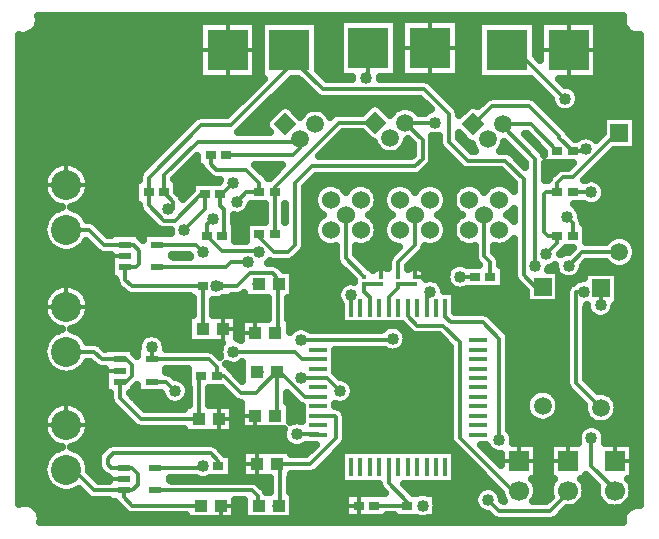
<source format=gbr>
G04 DipTrace 4.0.0.2*
G04 1 - Top.gbr*
%MOIN*%
G04 #@! TF.FileFunction,Copper,L1,Top*
G04 #@! TF.Part,Single*
%AMOUTLINE0*
4,1,28,
-0.004429,0.007283,
0.004429,0.007284,
0.005371,0.00716,
0.00625,0.006796,
0.007004,0.006217,
0.007583,0.005463,
0.007947,0.004584,
0.008071,0.003642,
0.008071,-0.003642,
0.007947,-0.004584,
0.007583,-0.005462,
0.007004,-0.006217,
0.00625,-0.006795,
0.005372,-0.007159,
0.004429,-0.007283,
-0.004429,-0.007284,
-0.005371,-0.00716,
-0.00625,-0.006796,
-0.007004,-0.006217,
-0.007583,-0.005463,
-0.007947,-0.004584,
-0.008071,-0.003642,
-0.008071,0.003642,
-0.007947,0.004584,
-0.007583,0.005462,
-0.007004,0.006217,
-0.00625,0.006795,
-0.005372,0.007159,
-0.004429,0.007283,
0*%
%AMOUTLINE3*
4,1,4,
-0.038976,0.0,
0.0,0.038976,
0.038976,0.0,
0.0,-0.038976,
-0.038976,0.0,
0*%
G04 #@! TA.AperFunction,Conductor*
%ADD12C,0.012992*%
G04 #@! TA.AperFunction,CopperBalancing*
%ADD13C,0.025*%
%ADD14C,0.01299*%
%ADD15R,0.043307X0.03937*%
G04 #@! TA.AperFunction,ComponentPad*
%ADD16R,0.059055X0.059055*%
%ADD17C,0.059055*%
%ADD18C,0.06*%
%ADD19C,0.1*%
%ADD20R,0.01378X0.059055*%
%ADD21R,0.059055X0.01378*%
G04 #@! TA.AperFunction,ComponentPad*
%ADD22R,0.066929X0.066929*%
%ADD23C,0.066929*%
%ADD24R,0.035433X0.027559*%
G04 #@! TA.AperFunction,ComponentPad*
%ADD25R,0.137795X0.137795*%
%ADD26R,0.043307X0.023622*%
G04 #@! TA.AperFunction,ViaPad*
%ADD27C,0.04*%
%ADD66OUTLINE0*%
G04 #@! TA.AperFunction,ComponentPad*
%ADD69OUTLINE3*%
%FSLAX26Y26*%
G04*
G70*
G90*
G75*
G01*
G04 Top*
%LPD*%
X1737695Y1159447D2*
D12*
Y1130956D1*
X1768700Y1099951D1*
X1856200D1*
X1912449Y1043701D1*
Y724951D1*
X2087451Y549949D1*
X2108670D1*
X1863679Y1159447D2*
Y1129972D1*
X1881200Y1112451D1*
X1987449D1*
X2043700Y1056200D1*
Y718700D1*
X2006200Y518699D2*
X2043699Y481200D1*
X2212451D1*
X2268700Y537449D1*
Y547480D1*
X2271170Y549949D1*
X1649947Y1237745D2*
X1593697D1*
Y1212449D1*
X1611710Y1194436D1*
Y1159447D1*
X1762448Y1237745D2*
X1706199D1*
Y1224949D1*
X1674703Y1193453D1*
Y1159447D1*
X1961857Y1262449D2*
X1912451D1*
X1812449Y1212449D2*
X1800687Y1200687D1*
Y1159447D1*
X1308414Y499949D2*
X1312449D1*
Y627163D1*
X1302162Y637451D1*
X1440451Y799210D2*
X1494436D1*
X1499948Y793699D1*
Y724948D1*
X1412451Y637451D1*
X1302162D1*
X896848Y624850D2*
X1049258D1*
X1055608Y631200D1*
X1306197Y499949D2*
X1308414D1*
X2443704Y1742518D2*
X2436267D1*
X2287448Y1593699D1*
X2256197D1*
X2236856Y1574357D1*
Y1543699D1*
X2199947D1*
X2193697Y1537449D1*
Y1412449D1*
X2206199Y1399948D1*
X2236856D1*
X1606200Y2024951D2*
Y1931203D1*
X1599947Y1924949D1*
X1548718Y1159447D2*
Y1201178D1*
X2199949Y1337449D2*
X2236856Y1374356D1*
Y1399948D1*
X1440451Y1051179D2*
X1682430D1*
X1687451Y1056200D1*
X2381199Y1168699D2*
Y1223762D1*
X2381192Y1223768D1*
X1440451Y1051179D2*
X1382430D1*
X1168697Y1512448D2*
X1199949Y1543700D1*
X1243107D1*
Y1575540D1*
X1199948Y1618699D1*
X1099949D1*
X1080608Y1638040D1*
Y1668699D1*
X2068700Y2018700D2*
X2099949D1*
X2262449Y1856200D1*
X874359Y1543699D2*
Y1500540D1*
X924949Y1449949D1*
X962449D1*
X1049951Y1537451D1*
X1061857D1*
Y1486859D1*
X993697Y1418699D1*
X1156197Y1012448D2*
X1362449D1*
X1386710Y988187D1*
X1440451D1*
X1343700Y2018700D2*
Y1962451D1*
X1149948Y1768699D1*
X1049949D1*
X874359Y1593108D1*
Y1543699D1*
X2187440Y1230019D2*
X2163627D1*
X2124949Y1268696D1*
Y1587447D1*
X2062448Y1649948D1*
X1937449D1*
X1874949Y1712448D1*
Y1806196D1*
X1793697Y1887448D1*
X1456200D1*
X1343700Y1999948D1*
Y2018700D1*
X884348Y912548D2*
X931099D1*
X962449Y881199D1*
X1237448Y943699D2*
X1235234D1*
X1954672Y1770224D2*
X1957724D1*
X2018699Y1831199D1*
X2143697D1*
X2243697Y1731199D1*
Y1725537D1*
X2288037Y1681197D1*
Y1543699D2*
X2349947D1*
X2331200Y1687449D2*
X2324948Y1681197D1*
X2288037D1*
X1531197Y1468699D2*
Y1324653D1*
X1593696Y1262154D1*
X599949Y618700D2*
Y643700D1*
X693603Y550046D1*
X790549D1*
Y528098D1*
X818699Y499948D1*
X1047734D1*
X1106789Y631200D2*
Y649359D1*
X1081199Y674949D1*
X756200D1*
X737449Y656200D1*
Y637451D1*
X750050Y624850D1*
X790549D1*
X818797D1*
X837448Y606199D1*
Y568699D1*
X818796Y550046D1*
X790549D1*
X2054672Y1770224D2*
X2147830D1*
X2236856Y1681197D1*
X2054672Y1770224D2*
Y1763976D1*
X2162449Y1656199D1*
Y1299951D1*
X2274949D2*
X2319880Y1344880D1*
X2443691D1*
X896848Y550046D2*
X1218604D1*
X1237451Y531200D1*
Y499947D1*
X1241485D1*
X1294288Y1543700D2*
Y1406199D1*
Y1543700D2*
Y1563039D1*
X1507725Y1776476D1*
X1629675D1*
X1243107Y1406199D2*
Y1394289D1*
X1293696Y1343700D1*
X1337449D1*
X1362449Y1368700D1*
Y1574949D1*
X1418699Y1631199D1*
X1762448D1*
X1787449Y1656200D1*
Y1718701D1*
X1729675Y1776476D1*
X1829675D1*
X2324947Y1212448D2*
X2299949D1*
Y907389D1*
X2381208Y826132D1*
X903098Y1293797D2*
X1131296D1*
X1149949Y1312449D1*
X1206200D1*
X1237448Y1237448D2*
X1241485D1*
X778048Y987348D2*
X800049D1*
X818699Y968699D1*
Y931199D1*
X800045Y912545D1*
X778050D1*
Y859346D1*
X849947Y787449D1*
X1041483D1*
Y923325D1*
X1049357Y931199D1*
X599953Y1012451D2*
X693494D1*
X718596Y987348D1*
X778048D1*
X1993699Y1468699D2*
Y1331199D1*
X2013039Y1311857D1*
Y1262449D1*
X1706197Y1262154D2*
Y1312448D1*
X1762448Y1368697D1*
Y1468699D1*
X1119289Y1399951D2*
X1124948D1*
Y1487449D1*
X1113039Y1499357D1*
Y1537451D1*
X1118700D1*
X1156197Y1574949D1*
X2427417Y549951D2*
Y553733D1*
X2349948Y631203D1*
Y724949D1*
X1368699Y737448D2*
X1439221D1*
X1440451Y736218D1*
X1243699Y1343699D2*
X1237448Y1349949D1*
X1118109D1*
X1068108Y1399951D1*
Y1436859D1*
X1087448Y1456199D1*
X1674703Y627951D2*
Y575195D1*
X1736857Y513040D1*
Y499949D1*
X1625540D1*
X1440451Y925195D2*
X1468452D1*
X1512448Y881199D1*
X1787448Y499949D2*
X1788039D1*
X1440451Y925195D2*
X1381444D1*
X1294804Y1073842D2*
X1295914Y1074952D1*
X1306197D1*
Y1235234D1*
X1308414Y1237451D1*
X1106789Y1231200D2*
X1168700D1*
X1212449Y1274949D1*
X1287447D1*
X1299947Y1262449D1*
Y1245918D1*
X1308414Y1237451D1*
X903098Y1368600D2*
X1031298D1*
X1056200Y1343699D1*
X1099947Y1231200D2*
X1106789D1*
X796798Y1368600D2*
X825046D1*
X843697Y1349949D1*
Y1306199D1*
X831296Y1293797D1*
X796798D1*
X599953Y1418700D2*
X674750D1*
X724850Y1368600D1*
X796798D1*
Y1293797D2*
Y1253049D1*
X818648Y1231200D1*
X1055608D1*
Y1089075D1*
X1053983Y1087451D1*
X1440451Y862203D2*
X1393948D1*
X1312449Y943701D1*
X1302162D1*
X1100539Y931201D2*
X1124945D1*
X1181197Y874949D1*
X1231199D1*
X1299951Y943701D1*
X1302162D1*
Y806199D1*
X1295914Y799951D1*
X1100539Y931201D2*
Y961857D1*
X1075045Y987351D1*
X884347D1*
Y1028099D1*
X937447Y1487448D2*
X956197D1*
Y1513041D1*
X925540Y1543699D1*
Y1600540D1*
X1037448Y1712448D1*
X1379672D1*
Y1720224D1*
X2268697Y1462449D2*
X2288037Y1443109D1*
Y1399948D1*
X1379672Y1720224D2*
Y1692172D1*
X1356199Y1668699D1*
X1131789D1*
D27*
X2043700Y718700D3*
X2006200Y518699D3*
X1912451Y1262449D3*
X1812449Y1212449D3*
X1055608Y631200D3*
X1306197Y499949D3*
X1599947Y1924949D3*
X1548718Y1201178D3*
X2199949Y1337449D3*
X1687451Y1056200D3*
X2381199Y1168699D3*
X1382430Y1051179D3*
X1168697Y1512448D3*
X2262449Y1856200D3*
X993697Y1418699D3*
X1156197Y1012448D3*
X962449Y881199D3*
X1237448Y943699D3*
X2349947Y1543699D3*
X2331200Y1687449D3*
X2162449Y1299951D3*
X2274949D3*
X1829675Y1776476D3*
X2324947Y1212448D3*
X1206200Y1312449D3*
X1237448Y1237448D3*
X1156197Y1574949D3*
X2349948Y724949D3*
X1368699Y737448D3*
X1243699Y1343699D3*
X1087448Y1456199D3*
X1512448Y881199D3*
X1787448Y499949D3*
X1381444Y925195D3*
X1294804Y1073842D3*
X1056200Y1343699D3*
X1099947Y1231200D3*
X884347Y1028099D3*
X937447Y1487448D3*
X2268697Y1462449D3*
X1693700Y981200D3*
X1743700D3*
X1793700D3*
Y931200D3*
X1743700D3*
X993700Y2081200D3*
Y2031200D3*
Y1981200D3*
Y1931200D3*
X793700Y1631200D3*
Y1581200D3*
Y1531200D3*
Y1481200D3*
X743700Y1631200D3*
Y1581200D3*
Y1531200D3*
Y1481200D3*
X793700Y1181200D3*
X843700D3*
X893700D3*
Y1131200D3*
X843700D3*
X793700D3*
X743700D3*
Y1181200D3*
X1393700Y581200D3*
Y531200D3*
Y481200D3*
X1443700D3*
X1493700D3*
Y531200D3*
X1443700D3*
Y581200D3*
X1493700D3*
X1893700Y531200D3*
Y481200D3*
X1943700D3*
Y531200D3*
Y581200D3*
X1443700Y1281200D3*
X1493700D3*
Y1231200D3*
X1443700D3*
X2443700Y2031200D3*
Y1981200D3*
Y1931200D3*
Y1881200D3*
X2393700Y2031200D3*
Y1981200D3*
Y1881200D3*
Y1931200D3*
X509482Y2106331D2*
D13*
X1039551D1*
X1235347D2*
X1245813D1*
X1441574D2*
X1508306D1*
X1704102D2*
X1714568D1*
X1910329D2*
X1970817D1*
X2166578D2*
X2177080D1*
X2372840D2*
X2452921D1*
X495379Y2081462D2*
X1039551D1*
X1235347D2*
X1245813D1*
X1441574D2*
X1508306D1*
X1704102D2*
X1714568D1*
X1910329D2*
X1970817D1*
X2166578D2*
X2177080D1*
X2372840D2*
X2467024D1*
X446218Y2056594D2*
X1039551D1*
X1235347D2*
X1245813D1*
X1441574D2*
X1508306D1*
X1704102D2*
X1714568D1*
X1910329D2*
X1970817D1*
X2166578D2*
X2177080D1*
X2372840D2*
X2509941D1*
X446218Y2031725D2*
X1039551D1*
X1235347D2*
X1245813D1*
X1441574D2*
X1508306D1*
X1704102D2*
X1714568D1*
X1910329D2*
X1970817D1*
X2166578D2*
X2177080D1*
X2372840D2*
X2509941D1*
X446218Y2006856D2*
X1039551D1*
X1235347D2*
X1245813D1*
X1441574D2*
X1508306D1*
X1704102D2*
X1714568D1*
X1910329D2*
X1970817D1*
X2166578D2*
X2177080D1*
X2372840D2*
X2509941D1*
X446218Y1981987D2*
X1039551D1*
X1235347D2*
X1245813D1*
X1441574D2*
X1508306D1*
X1704102D2*
X1714568D1*
X1910329D2*
X1970817D1*
X2372840D2*
X2509941D1*
X446218Y1957119D2*
X1039551D1*
X1235347D2*
X1245813D1*
X1441574D2*
X1508306D1*
X1704102D2*
X1714568D1*
X1910329D2*
X1970817D1*
X2372840D2*
X2509941D1*
X446218Y1932250D2*
X1039551D1*
X1235347D2*
X1245813D1*
X1460556D2*
X1508306D1*
X1704102D2*
X1714568D1*
X1910329D2*
X1970817D1*
X2372840D2*
X2509941D1*
X446218Y1907381D2*
X1239498D1*
X1337796D2*
X1387125D1*
X1822915D2*
X2162116D1*
X2260415D2*
X2509941D1*
X446218Y1882512D2*
X1214630D1*
X1312893D2*
X1411993D1*
X1847782D2*
X2186984D1*
X2303260D2*
X2509941D1*
X446218Y1857644D2*
X1189762D1*
X1288025D2*
X1439552D1*
X1872650D2*
X1996474D1*
X2165896D2*
X2211851D1*
X2311406D2*
X2509941D1*
X446218Y1832775D2*
X1164858D1*
X1263157D2*
X1315106D1*
X1344256D2*
X1607023D1*
X1652321D2*
X1799219D1*
X1897518D2*
X1940100D1*
X2191266D2*
X2219782D1*
X2305091D2*
X2509941D1*
X446218Y1807906D2*
X1139991D1*
X1238290D2*
X1288408D1*
X1370918D2*
X1385726D1*
X1473618D2*
X1495208D1*
X2216134D2*
X2509941D1*
X446218Y1783037D2*
X1015150D1*
X1213422D2*
X1265011D1*
X2241001D2*
X2385172D1*
X2502238D2*
X2509941D1*
X446218Y1758169D2*
X990282D1*
X1188554D2*
X1264616D1*
X2265869D2*
X2385172D1*
X2502238D2*
X2509941D1*
X446218Y1733300D2*
X965414D1*
X1513701D2*
X1593926D1*
X2285067D2*
X2321011D1*
X2341369D2*
X2377887D1*
X2502238D2*
X2509941D1*
X446218Y1708431D2*
X940546D1*
X1488833D2*
X1624140D1*
X1735214D2*
X1748587D1*
X1822951D2*
X1839696D1*
X1928127D2*
X1938701D1*
X2502238D2*
X2509941D1*
X446218Y1683562D2*
X915679D1*
X1463965D2*
X1641185D1*
X1718169D2*
X1751960D1*
X1822951D2*
X1854696D1*
X2049523D2*
X2085934D1*
X2426451D2*
X2509941D1*
X446218Y1658693D2*
X890811D1*
X1822951D2*
X1879564D1*
X2102847D2*
X2110820D1*
X2401583D2*
X2509941D1*
X446218Y1633825D2*
X557339D1*
X642576D2*
X865943D1*
X1007985D2*
X1033917D1*
X1233983D2*
X1315931D1*
X1814195D2*
X1904432D1*
X2197940D2*
X2278417D1*
X2376715D2*
X2509941D1*
X446218Y1608956D2*
X532400D1*
X667480D2*
X842941D1*
X983117D2*
X1060543D1*
X1258851D2*
X1291063D1*
X1789363D2*
X2054284D1*
X2197940D2*
X2222294D1*
X2351848D2*
X2509941D1*
X446218Y1584087D2*
X522532D1*
X677384D2*
X838886D1*
X961012D2*
X1108126D1*
X1420725D2*
X2079152D1*
X2375459D2*
X2509941D1*
X446218Y1559218D2*
X521563D1*
X678353D2*
X827655D1*
X972244D2*
X1015150D1*
X1397938D2*
X1439337D1*
X1523066D2*
X1539346D1*
X1623040D2*
X1670574D1*
X1754304D2*
X1770584D1*
X1854313D2*
X1901848D1*
X1985542D2*
X2001821D1*
X2396272D2*
X2509941D1*
X446218Y1534350D2*
X529098D1*
X670781D2*
X827655D1*
X983871D2*
X997710D1*
X1397938D2*
X1424409D1*
X1637968D2*
X1655682D1*
X1869241D2*
X1886920D1*
X2397995D2*
X2509941D1*
X446218Y1509481D2*
X549050D1*
X650865D2*
X827655D1*
X1397938D2*
X1422973D1*
X1639439D2*
X1654211D1*
X1870677D2*
X1885449D1*
X2383928D2*
X2509941D1*
X446218Y1484612D2*
X558631D1*
X641248D2*
X842977D1*
X1208434D2*
X1258803D1*
X1397938D2*
X1433667D1*
X1628745D2*
X1664905D1*
X1859983D2*
X1896142D1*
X2312052D2*
X2509941D1*
X446218Y1459743D2*
X532902D1*
X667013D2*
X866015D1*
X1160421D2*
X1258803D1*
X1397938D2*
X1439875D1*
X1622502D2*
X1671148D1*
X1853775D2*
X1902386D1*
X2319014D2*
X2509941D1*
X446218Y1434875D2*
X522711D1*
X707742D2*
X890883D1*
X1165983D2*
X1196401D1*
X1397938D2*
X1424588D1*
X1637824D2*
X1655826D1*
X1869062D2*
X1887064D1*
X2334731D2*
X2509941D1*
X446218Y1410006D2*
X521455D1*
X732610D2*
X945534D1*
X1165983D2*
X1196401D1*
X1397938D2*
X1422866D1*
X1639511D2*
X1654139D1*
X1870748D2*
X1885377D1*
X2334731D2*
X2509941D1*
X446218Y1385137D2*
X528704D1*
X1165983D2*
X1196401D1*
X1397938D2*
X1433272D1*
X1629140D2*
X1664510D1*
X1860378D2*
X1895748D1*
X2334731D2*
X2402253D1*
X2485157D2*
X2509941D1*
X446218Y1360268D2*
X548081D1*
X651798D2*
X684046D1*
X1396826D2*
X1495711D1*
X1566666D2*
X1704880D1*
X1796827D2*
X1958222D1*
X2029177D2*
X2089450D1*
X2500049D2*
X2509941D1*
X446218Y1335399D2*
X746162D1*
X953728D2*
X1007973D1*
X1378310D2*
X1495711D1*
X1569608D2*
X1680012D1*
X1778311D2*
X1958222D1*
X2038650D2*
X2089450D1*
X2501413D2*
X2509941D1*
X446218Y1310531D2*
X746162D1*
X1278767D2*
X1498904D1*
X1594476D2*
X1670718D1*
X1753443D2*
X1965506D1*
X2048519D2*
X2089450D1*
X2334695D2*
X2396942D1*
X2490432D2*
X2509941D1*
X446218Y1285662D2*
X746162D1*
X1325883D2*
X1521045D1*
X1792018D2*
X1869660D1*
X2059750D2*
X2089450D1*
X2321705D2*
X2509941D1*
X446218Y1260793D2*
X746162D1*
X1359040D2*
X1545913D1*
X1799518D2*
X1863488D1*
X2059750D2*
X2090419D1*
X2302507D2*
X2322662D1*
X2439692D2*
X2509941D1*
X446218Y1235924D2*
X576178D1*
X623701D2*
X766113D1*
X1359040D2*
X1515339D1*
X1855067D2*
X1871777D1*
X2059750D2*
X2108577D1*
X2245953D2*
X2274290D1*
X2439692D2*
X2509941D1*
X446218Y1211056D2*
X538392D1*
X661523D2*
X789653D1*
X1359040D2*
X1500806D1*
X1899563D2*
X2128923D1*
X2245953D2*
X2264458D1*
X2439692D2*
X2509941D1*
X446218Y1186187D2*
X524720D1*
X675159D2*
X1020138D1*
X1114059D2*
X1270717D1*
X1341672D2*
X1502206D1*
X1899563D2*
X2128923D1*
X2245953D2*
X2264458D1*
X2439692D2*
X2509941D1*
X446218Y1161318D2*
X520953D1*
X678927D2*
X1020138D1*
X1091093D2*
X1270717D1*
X1341672D2*
X1512827D1*
X1899563D2*
X2264458D1*
X2429609D2*
X2509941D1*
X446218Y1136449D2*
X525510D1*
X674370D2*
X1020138D1*
X1091093D2*
X1270717D1*
X1341672D2*
X1512827D1*
X2012563D2*
X2264458D1*
X2335449D2*
X2345197D1*
X2417193D2*
X2509941D1*
X446218Y1111581D2*
X540330D1*
X659585D2*
X1003344D1*
X1346552D2*
X1512827D1*
X2037466D2*
X2264458D1*
X2335449D2*
X2509941D1*
X446218Y1086712D2*
X579121D1*
X620759D2*
X1003344D1*
X1414912D2*
X1649869D1*
X1725023D2*
X1732780D1*
X2062334D2*
X2264458D1*
X2335449D2*
X2509941D1*
X446218Y1061843D2*
X539038D1*
X660841D2*
X849867D1*
X918813D2*
X1003344D1*
X1736111D2*
X1845151D1*
X2078697D2*
X2264458D1*
X2335449D2*
X2509941D1*
X446218Y1036974D2*
X525008D1*
X718041D2*
X836195D1*
X932485D2*
X1114190D1*
X1732271D2*
X1870019D1*
X2079200D2*
X2264458D1*
X2335449D2*
X2509941D1*
X446218Y1012106D2*
X520953D1*
X1099346D2*
X1107201D1*
X1498952D2*
X1670215D1*
X1704676D2*
X1876980D1*
X2079200D2*
X2264458D1*
X2335449D2*
X2509941D1*
X446218Y987237D2*
X525223D1*
X1498952D2*
X1876980D1*
X2079200D2*
X2264458D1*
X2335449D2*
X2509941D1*
X446218Y962368D2*
X539648D1*
X660267D2*
X694560D1*
X1147251D2*
X1184595D1*
X1498952D2*
X1876980D1*
X2079200D2*
X2264458D1*
X2335449D2*
X2509941D1*
X446218Y937499D2*
X582171D1*
X617708D2*
X727394D1*
X955163D2*
X1002662D1*
X1167813D2*
X1184595D1*
X1505304D2*
X1876980D1*
X2079200D2*
X2264458D1*
X2335449D2*
X2509941D1*
X446218Y912630D2*
X727394D1*
X1549190D2*
X1876980D1*
X2079200D2*
X2264458D1*
X2343845D2*
X2509941D1*
X446218Y887762D2*
X727394D1*
X1076954D2*
X1119250D1*
X1560960D2*
X1876980D1*
X2079200D2*
X2176541D1*
X2198371D2*
X2270953D1*
X2368713D2*
X2509941D1*
X446218Y862893D2*
X742573D1*
X823648D2*
X917222D1*
X1076954D2*
X1144117D1*
X1557695D2*
X1876980D1*
X2079200D2*
X2137966D1*
X2236946D2*
X2295282D1*
X2425984D2*
X2509941D1*
X446218Y838024D2*
X565126D1*
X634789D2*
X750396D1*
X848516D2*
X942699D1*
X982184D2*
X1005999D1*
X1076954D2*
X1178351D1*
X1346552D2*
X1369004D1*
X1532181D2*
X1876980D1*
X2079200D2*
X2129246D1*
X2245702D2*
X2320150D1*
X2438436D2*
X2509941D1*
X446218Y813155D2*
X535199D1*
X664681D2*
X775084D1*
X1159057D2*
X1178351D1*
X1346552D2*
X1381922D1*
X1529095D2*
X1876980D1*
X2079200D2*
X2132332D1*
X2242580D2*
X2324205D1*
X2438185D2*
X2509941D1*
X446218Y788287D2*
X523500D1*
X676379D2*
X799952D1*
X1159057D2*
X1178351D1*
X1346552D2*
X1381922D1*
X1535447D2*
X1876980D1*
X2079200D2*
X2150418D1*
X2224495D2*
X2337410D1*
X2425016D2*
X2509941D1*
X446218Y763418D2*
X521132D1*
X678747D2*
X824856D1*
X1159057D2*
X1178351D1*
X1535447D2*
X1876980D1*
X2079200D2*
X2321334D1*
X2378545D2*
X2509941D1*
X446218Y738549D2*
X527161D1*
X672755D2*
X1319735D1*
X1535447D2*
X1876980D1*
X2088242D2*
X2302997D1*
X2396918D2*
X2509941D1*
X446218Y713680D2*
X544313D1*
X655602D2*
X1326230D1*
X1533437D2*
X1878954D1*
X2092405D2*
X2302351D1*
X2397564D2*
X2509941D1*
X446218Y688812D2*
X566884D1*
X633031D2*
X720899D1*
X1116499D2*
X1414648D1*
X1512947D2*
X1899444D1*
X1997743D2*
X2005589D1*
X2171135D2*
X2208729D1*
X2489858D2*
X2509941D1*
X446218Y663943D2*
X535773D1*
X664143D2*
X702885D1*
X1153495D2*
X1184595D1*
X1488079D2*
X1512827D1*
X1899563D2*
X1924311D1*
X2022610D2*
X2046210D1*
X2171135D2*
X2208729D1*
X2489858D2*
X2509941D1*
X446218Y639074D2*
X523716D1*
X676164D2*
X701952D1*
X1153495D2*
X1184595D1*
X1463212D2*
X1512827D1*
X1899563D2*
X1949179D1*
X2171135D2*
X2208729D1*
X2489858D2*
X2509941D1*
X446218Y614205D2*
X521096D1*
X678819D2*
X711534D1*
X1153495D2*
X1184595D1*
X1438344D2*
X1512827D1*
X1899563D2*
X1974047D1*
X2171135D2*
X2208729D1*
X2489858D2*
X2509941D1*
X446218Y589336D2*
X526838D1*
X703472D2*
X739918D1*
X947484D2*
X1032876D1*
X1078318D2*
X1276961D1*
X1347952D2*
X1512827D1*
X1899563D2*
X1998915D1*
X2156386D2*
X2223478D1*
X2318870D2*
X2342649D1*
X2475110D2*
X2509941D1*
X446218Y564468D2*
X543524D1*
X1253325D2*
X1276961D1*
X1347952D2*
X1641006D1*
X1734568D2*
X1995541D1*
X2169341D2*
X2210488D1*
X2331824D2*
X2366763D1*
X2488100D2*
X2509941D1*
X446218Y539599D2*
X654908D1*
X1359040D2*
X1527648D1*
X1834757D2*
X1962169D1*
X2170238D2*
X2209627D1*
X2332721D2*
X2365866D1*
X2488961D2*
X2509941D1*
X446218Y514730D2*
X739918D1*
X1165301D2*
X1190839D1*
X1359040D2*
X1527648D1*
X1834757D2*
X1957397D1*
X2159688D2*
X2196816D1*
X2322207D2*
X2376416D1*
X2478447D2*
X2509941D1*
X504924Y489861D2*
X779642D1*
X1165301D2*
X1190839D1*
X1359040D2*
X1527648D1*
X1835331D2*
X1967229D1*
X2270247D2*
X2469966D1*
X516479Y464993D2*
X997100D1*
X1165301D2*
X1190839D1*
X1359040D2*
X1527648D1*
X1672237D2*
X1690167D1*
X1834757D2*
X2010756D1*
X2245379D2*
X2453639D1*
X1066488Y453773D2*
X999591D1*
Y466943D1*
X816111Y467064D1*
X810998Y467874D1*
X806076Y469473D1*
X801464Y471823D1*
X797276Y474866D1*
X767225Y504773D1*
X763863Y508709D1*
X762419Y510871D1*
X756015Y511746D1*
X742406D1*
Y517092D1*
X691015Y517162D1*
X685903Y517972D1*
X680980Y519572D1*
X676368Y521922D1*
X672180Y524964D1*
X642097Y554903D1*
X634676Y550547D1*
X629222Y548033D1*
X623587Y545954D1*
X617807Y544324D1*
X611916Y543152D1*
X605952Y542446D1*
X599951Y542210D1*
X593949Y542446D1*
X587985Y543152D1*
X582095Y544324D1*
X576314Y545954D1*
X570679Y548033D1*
X565225Y550547D1*
X559985Y553482D1*
X554991Y556819D1*
X550275Y560537D1*
X545864Y564614D1*
X541788Y569024D1*
X538069Y573741D1*
X534733Y578734D1*
X531798Y583974D1*
X529284Y589429D1*
X527205Y595063D1*
X525575Y600844D1*
X524403Y606734D1*
X523697Y612699D1*
X523461Y618700D1*
X523697Y624701D1*
X524403Y630666D1*
X525575Y636556D1*
X527205Y642337D1*
X529284Y647971D1*
X531798Y653426D1*
X534733Y658666D1*
X538069Y663659D1*
X541788Y668376D1*
X545864Y672786D1*
X550275Y676863D1*
X554991Y680581D1*
X559985Y683918D1*
X565225Y686853D1*
X570679Y689367D1*
X576314Y691446D1*
X585063Y693667D1*
X577145Y695689D1*
X568562Y698948D1*
X560431Y703211D1*
X552869Y708417D1*
X545986Y714493D1*
X539880Y721349D1*
X534639Y728887D1*
X530340Y736999D1*
X527043Y745567D1*
X524797Y754469D1*
X523633Y763576D1*
X523569Y772756D1*
X524605Y781878D1*
X526727Y790811D1*
X529903Y799424D1*
X534089Y807596D1*
X539223Y815206D1*
X545233Y822147D1*
X552031Y828318D1*
X559519Y833630D1*
X567589Y838006D1*
X576126Y841384D1*
X585006Y843715D1*
X594101Y844966D1*
X603281Y845117D1*
X612412Y844168D1*
X621365Y842131D1*
X630008Y839036D1*
X638219Y834928D1*
X645878Y829866D1*
X652875Y823923D1*
X659111Y817184D1*
X664493Y809747D1*
X668946Y801719D1*
X672405Y793214D1*
X674821Y784357D1*
X676157Y775274D1*
X676418Y766863D1*
X675647Y757714D1*
X673786Y748724D1*
X670861Y740022D1*
X666914Y731733D1*
X662002Y723976D1*
X656197Y716864D1*
X649581Y710498D1*
X642251Y704971D1*
X634310Y700362D1*
X625875Y696738D1*
X617067Y694150D1*
X614968Y693702D1*
X623587Y691446D1*
X629222Y689367D1*
X634676Y686853D1*
X639916Y683918D1*
X644910Y680581D1*
X649627Y676863D1*
X654037Y672786D1*
X658114Y668376D1*
X661832Y663659D1*
X665169Y658666D1*
X668103Y653426D1*
X670618Y647971D1*
X672696Y642337D1*
X674327Y636556D1*
X675498Y630666D1*
X676204Y624701D1*
X676257Y614035D1*
X707278Y583020D1*
X742410Y583032D1*
X742350Y592775D1*
X737427Y594375D1*
X732815Y596725D1*
X728628Y599767D1*
X712367Y616028D1*
X709325Y620216D1*
X706975Y624828D1*
X705375Y629750D1*
X704565Y634863D1*
Y658788D1*
X705375Y663900D1*
X706975Y668823D1*
X709325Y673435D1*
X712367Y677622D1*
X732876Y698274D1*
X736813Y701636D1*
X741226Y704340D1*
X746008Y706321D1*
X751041Y707529D1*
X756211Y707935D1*
X1083787Y707833D1*
X1088899Y707024D1*
X1093822Y705424D1*
X1098434Y703074D1*
X1102621Y700032D1*
X1130121Y672676D1*
X1136074Y671469D1*
X1150995D1*
Y590931D1*
X1078832D1*
X1073399Y588249D1*
X1066461Y585995D1*
X1059256Y584854D1*
X1051961D1*
X1044755Y585995D1*
X1037817Y588249D1*
X1032450Y590927D1*
X1011402Y590931D1*
Y591900D1*
X945016Y591864D1*
X944956Y586549D1*
X951718Y583032D1*
X1221192Y582930D1*
X1226305Y582121D1*
X1231227Y580521D1*
X1235839Y578171D1*
X1240027Y575129D1*
X1260775Y554524D1*
X1264137Y550589D1*
X1266845Y546166D1*
X1279469Y546123D1*
X1279464Y591247D1*
X1187090Y591274D1*
Y683623D1*
X1350305Y683625D1*
Y670455D1*
X1398802Y670436D1*
X1431179Y702827D1*
X1399760Y702839D1*
X1392989Y697809D1*
X1386489Y694497D1*
X1379551Y692243D1*
X1372346Y691102D1*
X1365051D1*
X1357846Y692243D1*
X1350908Y694497D1*
X1344408Y697809D1*
X1338506Y702097D1*
X1333348Y707256D1*
X1329060Y713157D1*
X1325748Y719657D1*
X1323494Y726595D1*
X1322352Y733801D1*
Y741096D1*
X1323494Y748301D1*
X1325210Y753781D1*
X1180842Y753773D1*
Y841970D1*
X1176037Y842370D1*
X1171004Y843578D1*
X1166222Y845559D1*
X1161809Y848263D1*
X1157866Y851632D1*
X1118577Y890921D1*
X1074437Y890930D1*
X1074469Y833627D1*
X1156556Y833626D1*
Y741277D1*
X993341Y741275D1*
Y754444D1*
X847359Y754565D1*
X842246Y755375D1*
X837324Y756975D1*
X832712Y759324D1*
X828524Y762367D1*
X788152Y802595D1*
X752968Y837923D1*
X749926Y842111D1*
X747576Y846723D1*
X745976Y851645D1*
X745166Y856758D1*
X745065Y874277D1*
X729908Y874244D1*
X729905Y954394D1*
X716008Y954464D1*
X710896Y955274D1*
X705973Y956874D1*
X701361Y959223D1*
X697174Y962266D1*
X679836Y979459D1*
X668961Y979465D1*
X665171Y972484D1*
X661835Y967490D1*
X658116Y962773D1*
X654040Y958363D1*
X649629Y954286D1*
X644913Y950568D1*
X639919Y947231D1*
X634679Y944297D1*
X629225Y941782D1*
X623590Y939704D1*
X617809Y938073D1*
X611919Y936902D1*
X605955Y936196D1*
X599953Y935960D1*
X593952Y936196D1*
X587988Y936902D1*
X582097Y938073D1*
X576317Y939704D1*
X570682Y941782D1*
X565228Y944297D1*
X559988Y947231D1*
X554994Y950568D1*
X550277Y954286D1*
X545867Y958363D1*
X541790Y962773D1*
X538072Y967490D1*
X534735Y972484D1*
X531801Y977724D1*
X529286Y983178D1*
X527208Y988813D1*
X525577Y994593D1*
X524406Y1000484D1*
X523700Y1006448D1*
X523464Y1012449D1*
X523700Y1018451D1*
X524406Y1024415D1*
X525577Y1030305D1*
X527208Y1036086D1*
X529286Y1041721D1*
X531801Y1047175D1*
X534735Y1052415D1*
X538072Y1057409D1*
X541790Y1062125D1*
X545867Y1066536D1*
X550277Y1070612D1*
X554994Y1074331D1*
X559988Y1077667D1*
X565228Y1080602D1*
X570682Y1083116D1*
X576317Y1085195D1*
X585065Y1087416D1*
X577145Y1089439D1*
X568562Y1092697D1*
X560431Y1096960D1*
X552869Y1102167D1*
X545986Y1108242D1*
X539880Y1115098D1*
X534639Y1122636D1*
X530340Y1130748D1*
X527043Y1139316D1*
X524797Y1148218D1*
X523633Y1157325D1*
X523569Y1166506D1*
X524605Y1175628D1*
X526727Y1184560D1*
X529903Y1193174D1*
X534089Y1201345D1*
X539223Y1208956D1*
X545233Y1215897D1*
X552030Y1222067D1*
X559519Y1227379D1*
X567589Y1231756D1*
X576126Y1235134D1*
X585006Y1237465D1*
X594101Y1238715D1*
X603281Y1238866D1*
X612412Y1237917D1*
X621364Y1235880D1*
X630008Y1232786D1*
X638219Y1228678D1*
X645878Y1223616D1*
X652875Y1217673D1*
X659111Y1210934D1*
X664493Y1203497D1*
X668946Y1195468D1*
X672405Y1186964D1*
X674821Y1178106D1*
X676157Y1169023D1*
X676418Y1160612D1*
X675647Y1151464D1*
X673786Y1142474D1*
X670861Y1133771D1*
X666914Y1125482D1*
X662002Y1117725D1*
X656197Y1110613D1*
X649581Y1104248D1*
X642251Y1098721D1*
X634310Y1094112D1*
X625875Y1090487D1*
X617067Y1087899D1*
X614968Y1087452D1*
X623590Y1085195D1*
X629225Y1083116D1*
X634679Y1080602D1*
X639919Y1077667D1*
X644913Y1074331D1*
X649629Y1070612D1*
X654040Y1066536D1*
X658116Y1062125D1*
X661835Y1057409D1*
X665171Y1052415D1*
X668902Y1045449D1*
X696082Y1045335D1*
X701194Y1044525D1*
X706117Y1042925D1*
X710729Y1040576D1*
X714916Y1037533D1*
X729920Y1022674D1*
X729905Y1025648D1*
X826191D1*
Y1007886D1*
X836181Y997865D1*
X836205Y1025651D1*
X837891D1*
X838001Y1031746D1*
X839142Y1038952D1*
X841396Y1045890D1*
X844708Y1052390D1*
X848996Y1058291D1*
X854154Y1063450D1*
X860056Y1067738D1*
X866556Y1071050D1*
X873494Y1073304D1*
X880699Y1074445D1*
X887995D1*
X895200Y1073304D1*
X902138Y1071050D1*
X908638Y1067738D1*
X914539Y1063450D1*
X919698Y1058291D1*
X923986Y1052390D1*
X927298Y1045890D1*
X929552Y1038952D1*
X930693Y1031746D1*
X930741Y1025663D1*
X932491Y1025651D1*
Y1020305D1*
X1077633Y1020235D1*
X1082746Y1019425D1*
X1087668Y1017826D1*
X1092280Y1015476D1*
X1096468Y1012433D1*
X1112533Y996512D1*
X1110992Y1001595D1*
X1109851Y1008801D1*
Y1016096D1*
X1110992Y1023301D1*
X1113247Y1030239D1*
X1116559Y1036739D1*
X1119778Y1041286D1*
X1005841Y1041276D1*
Y1133625D1*
X1022599D1*
X1022623Y1190934D1*
X1011402Y1190931D1*
Y1198215D1*
X816059Y1198316D1*
X810947Y1199126D1*
X806024Y1200725D1*
X801413Y1203075D1*
X797225Y1206118D1*
X773474Y1229725D1*
X770113Y1233661D1*
X767408Y1238074D1*
X765427Y1242856D1*
X764219Y1247889D1*
X763813Y1253059D1*
X762264Y1255497D1*
X748655D1*
Y1335646D1*
X722262Y1335716D1*
X717149Y1336526D1*
X712227Y1338126D1*
X707615Y1340475D1*
X703427Y1343518D1*
X666260Y1380541D1*
X661835Y1373741D1*
X658116Y1369024D1*
X654040Y1364614D1*
X649629Y1360537D1*
X644913Y1356819D1*
X639919Y1353482D1*
X634679Y1350547D1*
X629225Y1348033D1*
X623590Y1345954D1*
X617809Y1344324D1*
X611919Y1343152D1*
X605955Y1342446D1*
X599953Y1342210D1*
X593952Y1342446D1*
X587988Y1343152D1*
X582097Y1344324D1*
X576317Y1345954D1*
X570682Y1348033D1*
X565228Y1350547D1*
X559988Y1353482D1*
X554994Y1356819D1*
X550277Y1360537D1*
X545867Y1364614D1*
X541790Y1369024D1*
X538072Y1373741D1*
X534735Y1378734D1*
X531801Y1383974D1*
X529286Y1389429D1*
X527208Y1395063D1*
X525577Y1400844D1*
X524406Y1406734D1*
X523700Y1412699D1*
X523464Y1418700D1*
X523700Y1424701D1*
X524406Y1430666D1*
X525577Y1436556D1*
X527208Y1442337D1*
X529286Y1447971D1*
X531801Y1453426D1*
X534735Y1458666D1*
X538072Y1463659D1*
X541790Y1468376D1*
X545867Y1472786D1*
X550277Y1476863D1*
X554994Y1480581D1*
X559988Y1483918D1*
X565228Y1486853D1*
X570682Y1489367D1*
X576317Y1491446D1*
X585065Y1493667D1*
X577145Y1495689D1*
X568562Y1498948D1*
X560431Y1503211D1*
X552869Y1508417D1*
X545986Y1514493D1*
X539880Y1521349D1*
X534639Y1528887D1*
X530340Y1536999D1*
X527043Y1545567D1*
X524797Y1554469D1*
X523633Y1563576D1*
X523569Y1572756D1*
X524605Y1581878D1*
X526727Y1590811D1*
X529903Y1599424D1*
X534089Y1607596D1*
X539223Y1615206D1*
X545233Y1622147D1*
X552030Y1628318D1*
X559519Y1633630D1*
X567589Y1638006D1*
X576126Y1641384D1*
X585006Y1643715D1*
X594101Y1644966D1*
X603281Y1645117D1*
X612412Y1644168D1*
X621364Y1642131D1*
X630008Y1639036D1*
X638219Y1634928D1*
X645878Y1629866D1*
X652875Y1623923D1*
X659111Y1617184D1*
X664493Y1609747D1*
X668946Y1601719D1*
X672405Y1593214D1*
X674821Y1584357D1*
X676157Y1575274D1*
X676418Y1566863D1*
X675647Y1557714D1*
X673786Y1548724D1*
X670861Y1540022D1*
X666914Y1531733D1*
X662002Y1523976D1*
X656197Y1516864D1*
X649581Y1510498D1*
X642251Y1504971D1*
X634310Y1500362D1*
X625875Y1496738D1*
X617067Y1494150D1*
X614968Y1493702D1*
X623590Y1491446D1*
X629225Y1489367D1*
X634679Y1486853D1*
X639919Y1483918D1*
X644913Y1480581D1*
X649629Y1476863D1*
X654040Y1472786D1*
X658116Y1468376D1*
X661835Y1463659D1*
X665171Y1458666D1*
X668902Y1451700D1*
X677338Y1451584D1*
X682450Y1450774D1*
X687373Y1449175D1*
X691985Y1446825D1*
X696172Y1443783D1*
X738515Y1401583D1*
X748663Y1401586D1*
X748655Y1406901D1*
X844941D1*
Y1394880D1*
X848371Y1391925D1*
X854955Y1385418D1*
Y1406901D1*
X948736D1*
X947351Y1415051D1*
X947276Y1416975D1*
X922361Y1417065D1*
X917249Y1417875D1*
X912326Y1419475D1*
X907714Y1421824D1*
X903527Y1424867D1*
X856327Y1471923D1*
X849276Y1479117D1*
X846234Y1483305D1*
X843884Y1487917D1*
X842284Y1492840D1*
X841475Y1497952D1*
X841373Y1500550D1*
X835888Y1503430D1*
X830153D1*
Y1583968D1*
X841385D1*
X841475Y1595696D1*
X842285Y1600808D1*
X843884Y1605731D1*
X846234Y1610343D1*
X849276Y1614531D1*
X896280Y1661678D1*
X1028527Y1793781D1*
X1032714Y1796824D1*
X1037326Y1799173D1*
X1042249Y1800773D1*
X1047361Y1801583D1*
X1104214Y1801684D1*
X1136259D1*
X1257897Y1923296D1*
X1248313Y1923313D1*
Y2114087D1*
X1439087D1*
Y1951209D1*
X1469873Y1920424D1*
X1553680Y1920434D1*
X1553601Y1928597D1*
X1553716Y1929574D1*
X1510813Y1929563D1*
Y2120338D1*
X1701587D1*
Y1929563D1*
X1646218D1*
X1646293Y1921302D1*
X1646191Y1920438D1*
X1796285Y1920332D1*
X1801398Y1919522D1*
X1806320Y1917923D1*
X1810932Y1915573D1*
X1815120Y1912531D1*
X1855304Y1872490D1*
X1900032Y1827619D1*
X1903074Y1823431D1*
X1905424Y1818819D1*
X1907024Y1813896D1*
X1907833Y1808784D1*
X1907935Y1806186D1*
X1909957Y1801946D1*
X1937469Y1829343D1*
X1940832Y1831786D1*
X1944535Y1833673D1*
X1948489Y1834958D1*
X1952594Y1835608D1*
X1956751D1*
X1960856Y1834958D1*
X1964810Y1833673D1*
X1968513Y1831786D1*
X1970249Y1830626D1*
X1972975Y1832124D1*
X1997276Y1856281D1*
X2001464Y1859324D1*
X2006076Y1861673D1*
X2010998Y1863273D1*
X2016111Y1864083D1*
X2082745Y1864184D1*
X2146285Y1864083D1*
X2151398Y1863273D1*
X2156320Y1861673D1*
X2160932Y1859324D1*
X2165120Y1856281D1*
X2212246Y1809299D1*
X2268780Y1752621D1*
X2271822Y1748434D1*
X2274172Y1743822D1*
X2275071Y1741382D1*
X2279060Y1736823D1*
X2294411Y1721472D1*
X2299488Y1721466D1*
X2303874Y1725060D1*
X2310094Y1728872D1*
X2316834Y1731663D1*
X2323927Y1733366D1*
X2331200Y1733939D1*
X2338473Y1733366D1*
X2345566Y1731663D1*
X2352306Y1728872D1*
X2358526Y1725060D1*
X2364073Y1720322D1*
X2365689Y1718574D1*
X2387679Y1740578D1*
X2387687Y1798534D1*
X2499721D1*
Y1686500D1*
X2426912D1*
X2324364Y1583966D1*
X2326710Y1583967D1*
X2332156Y1586649D1*
X2339094Y1588904D1*
X2346299Y1590045D1*
X2353594D1*
X2360799Y1588904D1*
X2367737Y1586649D1*
X2374237Y1583338D1*
X2380139Y1579050D1*
X2385298Y1573891D1*
X2389586Y1567989D1*
X2392897Y1561489D1*
X2395152Y1554551D1*
X2396293Y1547346D1*
Y1540051D1*
X2395152Y1532846D1*
X2392897Y1525908D1*
X2389586Y1519408D1*
X2385298Y1513506D1*
X2380139Y1508348D1*
X2374237Y1504060D1*
X2367737Y1500748D1*
X2360799Y1498494D1*
X2353594Y1497352D1*
X2346299D1*
X2339094Y1498494D1*
X2332156Y1500748D1*
X2326788Y1503426D1*
X2290654Y1503429D1*
X2296023Y1500060D1*
X2301570Y1495322D1*
X2306308Y1489775D1*
X2310120Y1483555D1*
X2312912Y1476815D1*
X2314615Y1469722D1*
X2315164Y1461865D1*
X2317428Y1458085D1*
X2319408Y1453303D1*
X2320617Y1448270D1*
X2321023Y1443109D1*
Y1440215D1*
X2332244Y1440217D1*
Y1377886D1*
X2398446Y1377865D1*
X2404081Y1384490D1*
X2410765Y1390199D1*
X2418260Y1394791D1*
X2426381Y1398155D1*
X2434928Y1400207D1*
X2443691Y1400897D1*
X2452454Y1400207D1*
X2461002Y1398155D1*
X2469123Y1394791D1*
X2476617Y1390199D1*
X2483301Y1384490D1*
X2489010Y1377806D1*
X2493603Y1370311D1*
X2496967Y1362190D1*
X2499019Y1353643D1*
X2499708Y1344880D1*
X2499019Y1336117D1*
X2496967Y1327570D1*
X2493603Y1319449D1*
X2489010Y1311954D1*
X2483301Y1305270D1*
X2476617Y1299561D1*
X2469123Y1294968D1*
X2461002Y1291604D1*
X2452454Y1289552D1*
X2443691Y1288863D1*
X2434928Y1289552D1*
X2426381Y1291604D1*
X2418260Y1294968D1*
X2410765Y1299561D1*
X2404081Y1305270D1*
X2398426Y1311886D1*
X2333546Y1311894D1*
X2321424Y1299776D1*
X2320866Y1292678D1*
X2319163Y1285585D1*
X2316372Y1278845D1*
X2312560Y1272625D1*
X2307822Y1267078D1*
X2302275Y1262340D1*
X2296055Y1258528D1*
X2289315Y1255737D1*
X2282222Y1254034D1*
X2274949Y1253461D1*
X2267677Y1254034D1*
X2260583Y1255737D1*
X2253844Y1258528D1*
X2247624Y1262340D1*
X2243448Y1265810D1*
X2243457Y1174002D1*
X2131423D1*
Y1215591D1*
X2099867Y1247274D1*
X2096824Y1251461D1*
X2094475Y1256073D1*
X2092875Y1260996D1*
X2092065Y1266108D1*
X2091964Y1332668D1*
X2091864Y1389183D1*
X2086654Y1382012D1*
X2080386Y1375744D1*
X2073214Y1370533D1*
X2065316Y1366509D1*
X2056886Y1363770D1*
X2048131Y1362383D1*
X2039267D1*
X2030511Y1363770D1*
X2026693Y1364847D1*
X2026684Y1344881D1*
X2038121Y1333280D1*
X2041164Y1329092D1*
X2043513Y1324481D1*
X2045113Y1319558D1*
X2045923Y1314446D1*
X2046024Y1302726D1*
X2057245Y1302718D1*
Y1222180D1*
X1935695D1*
X1930241Y1219499D1*
X1923303Y1217244D1*
X1916098Y1216103D1*
X1908803D1*
X1901598Y1217244D1*
X1894660Y1219499D1*
X1888160Y1222811D1*
X1882258Y1227098D1*
X1877100Y1232257D1*
X1872812Y1238159D1*
X1869500Y1244659D1*
X1867246Y1251597D1*
X1866104Y1258802D1*
Y1266097D1*
X1867246Y1273302D1*
X1869500Y1280240D1*
X1872812Y1286740D1*
X1877100Y1292642D1*
X1882258Y1297800D1*
X1888160Y1302088D1*
X1894660Y1305400D1*
X1901598Y1307654D1*
X1908803Y1308796D1*
X1916098D1*
X1923303Y1307654D1*
X1930241Y1305400D1*
X1935609Y1302722D1*
X1975533Y1302718D1*
X1968615Y1309777D1*
X1965573Y1313965D1*
X1963223Y1318577D1*
X1961624Y1323499D1*
X1960815Y1328612D1*
X1960713Y1364804D1*
X1952536Y1362905D1*
X1943699Y1362209D1*
X1934862Y1362905D1*
X1926242Y1364974D1*
X1918053Y1368366D1*
X1910495Y1372998D1*
X1903755Y1378755D1*
X1897998Y1385495D1*
X1893366Y1393053D1*
X1889974Y1401242D1*
X1887905Y1409862D1*
X1887209Y1418699D1*
X1887905Y1427536D1*
X1889974Y1436155D1*
X1893366Y1444344D1*
X1897998Y1451902D1*
X1903755Y1458643D1*
X1910495Y1464400D1*
X1917433Y1468684D1*
X1910495Y1472998D1*
X1903755Y1478755D1*
X1897998Y1485495D1*
X1893366Y1493053D1*
X1889974Y1501242D1*
X1887905Y1509862D1*
X1887209Y1518699D1*
X1887905Y1527536D1*
X1889974Y1536155D1*
X1893366Y1544344D1*
X1897998Y1551902D1*
X1903755Y1558643D1*
X1910495Y1564400D1*
X1918053Y1569031D1*
X1926242Y1572423D1*
X1934862Y1574493D1*
X1943699Y1575188D1*
X1952536Y1574493D1*
X1961155Y1572423D1*
X1969344Y1569031D1*
X1976902Y1564400D1*
X1983643Y1558643D1*
X1989400Y1551902D1*
X1993684Y1544964D1*
X1997998Y1551902D1*
X2003755Y1558643D1*
X2010495Y1564400D1*
X2018053Y1569031D1*
X2026242Y1572423D1*
X2034862Y1574493D1*
X2043699Y1575188D1*
X2052536Y1574493D1*
X2061155Y1572423D1*
X2069344Y1569031D1*
X2076902Y1564400D1*
X2083643Y1558643D1*
X2089400Y1551902D1*
X2091957Y1548048D1*
X2091964Y1573774D1*
X2048763Y1616984D1*
X1934861Y1617064D1*
X1929749Y1617874D1*
X1924826Y1619473D1*
X1920214Y1621823D1*
X1916027Y1624866D1*
X1868901Y1671848D1*
X1849867Y1691026D1*
X1846824Y1695213D1*
X1844475Y1699825D1*
X1842875Y1704748D1*
X1842065Y1709860D1*
X1841964Y1731619D1*
X1836948Y1730558D1*
X1829675Y1729986D1*
X1822403Y1730558D1*
X1817820Y1731553D1*
X1819524Y1726402D1*
X1820333Y1721289D1*
X1820435Y1664957D1*
X1820333Y1653612D1*
X1819524Y1648500D1*
X1817924Y1643577D1*
X1815574Y1638965D1*
X1812532Y1634778D1*
X1785772Y1607874D1*
X1781837Y1604513D1*
X1777423Y1601808D1*
X1772641Y1599827D1*
X1767608Y1598619D1*
X1762438Y1598213D1*
X1432346D1*
X1395419Y1561270D1*
X1395333Y1366112D1*
X1394524Y1361000D1*
X1392924Y1356077D1*
X1390574Y1351465D1*
X1387532Y1347278D1*
X1360774Y1320376D1*
X1356838Y1317014D1*
X1352425Y1314310D1*
X1347642Y1312329D1*
X1342609Y1311120D1*
X1337439Y1310715D1*
X1291108Y1310816D1*
X1285996Y1311626D1*
X1281064Y1313230D1*
X1279050Y1313506D1*
X1273365Y1307933D1*
X1290035Y1307833D1*
X1295147Y1307024D1*
X1300070Y1305424D1*
X1304682Y1303074D1*
X1308869Y1300032D1*
X1325035Y1283864D1*
X1352135Y1283624D1*
X1356557D1*
Y1191275D1*
X1339153D1*
X1339183Y1121153D1*
X1344057Y1121126D1*
Y1077455D1*
X1349557Y1084052D1*
X1355104Y1088790D1*
X1361324Y1092601D1*
X1368064Y1095393D1*
X1375157Y1097096D1*
X1382430Y1097669D1*
X1389702Y1097096D1*
X1396796Y1095393D1*
X1403535Y1092601D1*
X1409756Y1088790D1*
X1414748Y1084565D1*
X1496468Y1084558D1*
Y1084163D1*
X1650314Y1084165D1*
X1654578Y1089073D1*
X1660125Y1093811D1*
X1666345Y1097622D1*
X1673085Y1100414D1*
X1680178Y1102117D1*
X1687451Y1102690D1*
X1694723Y1102117D1*
X1701817Y1100414D1*
X1708556Y1097622D1*
X1714776Y1093811D1*
X1720324Y1089073D1*
X1725061Y1083526D1*
X1728873Y1077306D1*
X1731665Y1070566D1*
X1733368Y1063473D1*
X1733940Y1056200D1*
X1733368Y1048927D1*
X1731665Y1041834D1*
X1728873Y1035094D1*
X1725061Y1028874D1*
X1720324Y1023327D1*
X1714776Y1018589D1*
X1708556Y1014778D1*
X1701817Y1011986D1*
X1694723Y1010283D1*
X1687451Y1009710D1*
X1680178Y1010283D1*
X1673085Y1011986D1*
X1666345Y1014778D1*
X1660706Y1018201D1*
X1496465Y1018193D1*
X1496468Y943825D1*
X1512627Y927668D1*
X1519721Y927116D1*
X1526814Y925413D1*
X1533554Y922621D1*
X1539774Y918809D1*
X1545321Y914072D1*
X1550059Y908525D1*
X1553870Y902304D1*
X1556662Y895565D1*
X1558365Y888471D1*
X1558938Y881199D1*
X1558365Y873926D1*
X1556662Y866833D1*
X1553870Y860093D1*
X1550059Y853873D1*
X1545321Y848326D1*
X1539774Y843588D1*
X1533554Y839776D1*
X1526814Y836985D1*
X1519721Y835282D1*
X1512448Y834709D1*
X1505175Y835282D1*
X1498082Y836985D1*
X1496463Y837582D1*
X1496468Y832113D1*
X1502137Y831285D1*
X1507059Y829685D1*
X1511671Y827335D1*
X1515859Y824293D1*
X1525030Y815121D1*
X1528073Y810934D1*
X1530423Y806322D1*
X1532022Y801399D1*
X1532832Y796287D1*
X1532934Y729987D1*
X1532832Y722360D1*
X1532022Y717248D1*
X1530423Y712325D1*
X1528073Y707713D1*
X1525030Y703526D1*
X1478048Y656399D1*
X1433873Y612368D1*
X1429686Y609326D1*
X1425074Y606976D1*
X1420151Y605376D1*
X1415039Y604567D1*
X1350331Y604465D1*
X1350305Y591275D1*
X1345461D1*
X1345435Y546129D1*
X1356557Y546123D1*
Y453774D1*
X1309845Y453603D1*
X1302550D1*
X1289628Y453773D1*
X1193342D1*
Y517036D1*
X1162838Y517061D1*
X1162806Y453773D1*
X1066520Y453781D1*
X1055869Y443700D1*
X2454311D1*
X2453936Y449951D1*
X2454580Y458127D1*
X2456494Y466101D1*
X2459633Y473678D1*
X2463918Y480671D1*
X2469244Y486907D1*
X2475480Y492233D1*
X2482473Y496518D1*
X2490050Y499656D1*
X2498024Y501571D1*
X2506200Y502214D1*
X2512450Y501799D1*
X2512449Y2066792D1*
X2506200Y2066436D1*
X2498024Y2067080D1*
X2490050Y2068994D1*
X2482473Y2072133D1*
X2475480Y2076418D1*
X2469244Y2081744D1*
X2463918Y2087980D1*
X2459633Y2094973D1*
X2456494Y2102550D1*
X2454580Y2110524D1*
X2453936Y2118700D1*
X2454580Y2126876D1*
X2455463Y2131194D1*
X506934Y2131200D1*
X508303Y2122801D1*
Y2114599D1*
X507020Y2106499D1*
X504485Y2098700D1*
X500762Y2091392D1*
X495942Y2084757D1*
X490143Y2078958D1*
X483508Y2074138D1*
X476200Y2070415D1*
X468401Y2067880D1*
X460301Y2066597D1*
X452099D1*
X443706Y2067963D1*
X443700Y504956D1*
X450250Y507020D1*
X458350Y508303D1*
X466551D1*
X474651Y507020D1*
X482451Y504485D1*
X489758Y500762D1*
X496393Y495942D1*
X502192Y490143D1*
X507013Y483508D1*
X510736Y476200D1*
X513270Y468401D1*
X514553Y460301D1*
Y452099D1*
X513188Y443706D1*
X1055869Y443700D1*
X1187090Y915717D2*
Y977725D1*
X1183523Y974837D1*
X1177303Y971026D1*
X1170563Y968234D1*
X1163470Y966531D1*
X1156197Y965959D1*
X1148925Y966531D1*
X1144754Y967409D1*
X1144745Y957583D1*
X1148270Y954526D1*
X1187109Y915686D1*
X1335149Y846125D2*
X1344057D1*
Y776904D1*
X1350908Y780399D1*
X1357846Y782653D1*
X1365051Y783794D1*
X1372346D1*
X1379551Y782653D1*
X1384443Y781154D1*
X1384434Y830625D1*
X1378973Y832812D1*
X1374560Y835517D1*
X1370624Y838878D1*
X1335140Y874362D1*
X1335148Y846151D1*
X1002527Y833624D2*
X1008520D1*
X1008366Y873926D1*
X1006663Y866833D1*
X1003872Y860093D1*
X1000060Y853873D1*
X995322Y848326D1*
X989775Y843588D1*
X983555Y839776D1*
X976815Y836985D1*
X969722Y835282D1*
X962449Y834709D1*
X955177Y835282D1*
X948083Y836985D1*
X941344Y839776D1*
X935124Y843588D1*
X929576Y848326D1*
X924839Y853873D1*
X921027Y860093D1*
X918235Y866833D1*
X916494Y874252D1*
X836207Y874247D1*
Y902057D1*
X826170Y892021D1*
X826194Y874244D1*
X811015D1*
X813862Y870183D1*
X863620Y820425D1*
X993326Y820435D1*
X993341Y833624D1*
X1002527D1*
X1088625Y1133625D2*
X1169056D1*
Y1057127D1*
X1173988Y1055399D1*
X1180832Y1051857D1*
X1180842Y1121124D1*
X1273213Y1121126D1*
X1273212Y1191258D1*
X1241096Y1191102D1*
X1233801D1*
X1225324Y1191274D1*
X1193342D1*
Y1209180D1*
X1188088Y1204514D1*
X1183675Y1201810D1*
X1178893Y1199829D1*
X1173860Y1198620D1*
X1168690Y1198215D1*
X1151021Y1198214D1*
X1150995Y1190931D1*
X1123185D1*
X1117737Y1188249D1*
X1110799Y1185995D1*
X1103594Y1184854D1*
X1096299D1*
X1088586Y1186138D1*
X1088594Y1133647D1*
X2206816Y1286036D2*
X2230571D1*
X2229032Y1292678D1*
X2228492Y1300763D1*
X2224240Y1297811D1*
X2217740Y1294499D1*
X2210802Y1292244D1*
X2208215Y1291730D1*
X2206791Y1286037D1*
X2243306Y827986D2*
X2241931Y819304D1*
X2239215Y810944D1*
X2235224Y803112D1*
X2230057Y796001D1*
X2223842Y789785D1*
X2216730Y784619D1*
X2208898Y780628D1*
X2200539Y777912D1*
X2191857Y776537D1*
X2183067D1*
X2174385Y777912D1*
X2166025Y780628D1*
X2158193Y784619D1*
X2151081Y789785D1*
X2144866Y796001D1*
X2139699Y803112D1*
X2135709Y810944D1*
X2132992Y819304D1*
X2131617Y827986D1*
Y836776D1*
X2132992Y845458D1*
X2135709Y853818D1*
X2139699Y861650D1*
X2144866Y868761D1*
X2151081Y874977D1*
X2158193Y880143D1*
X2166025Y884134D1*
X2174385Y886850D1*
X2183067Y888225D1*
X2191857D1*
X2200539Y886850D1*
X2208898Y884134D1*
X2216730Y880143D1*
X2223842Y874977D1*
X2230057Y868761D1*
X2235224Y861650D1*
X2239215Y853818D1*
X2241931Y845458D1*
X2243306Y836776D1*
Y827986D1*
X2334361Y1279785D2*
X2437209D1*
Y1167751D1*
X2427700D1*
X2427116Y1161426D1*
X2425413Y1154333D1*
X2422621Y1147593D1*
X2418809Y1141373D1*
X2414072Y1135826D1*
X2408525Y1131088D1*
X2402304Y1127276D1*
X2395565Y1124485D1*
X2388471Y1122782D1*
X2381199Y1122209D1*
X2373926Y1122782D1*
X2366833Y1124485D1*
X2360093Y1127276D1*
X2353873Y1131088D1*
X2348326Y1135826D1*
X2343588Y1141373D1*
X2339776Y1147593D1*
X2336985Y1154333D1*
X2335282Y1161426D1*
X2334776Y1167003D1*
X2332935Y1157544D1*
Y921031D1*
X2372544Y881444D1*
X2381208Y882148D1*
X2389971Y881458D1*
X2398518Y879406D1*
X2406639Y876042D1*
X2414134Y871449D1*
X2420818Y865740D1*
X2426527Y859056D1*
X2431120Y851562D1*
X2434483Y843441D1*
X2436535Y834893D1*
X2437225Y826130D1*
X2436535Y817367D1*
X2434483Y808820D1*
X2431120Y800699D1*
X2426527Y793204D1*
X2420818Y786520D1*
X2414134Y780812D1*
X2406639Y776219D1*
X2398518Y772855D1*
X2389971Y770803D1*
X2381208Y770113D1*
X2372445Y770803D1*
X2363898Y772855D1*
X2355777Y776219D1*
X2348282Y780812D1*
X2341598Y786520D1*
X2335889Y793204D1*
X2331296Y800699D1*
X2327933Y808820D1*
X2325881Y817367D1*
X2325191Y826130D1*
X2325871Y834808D1*
X2274867Y885966D1*
X2271825Y890154D1*
X2269475Y894766D1*
X2267875Y899688D1*
X2267065Y904801D1*
X2266964Y971479D1*
X2267065Y1215036D1*
X2267875Y1220148D1*
X2269475Y1225071D1*
X2271824Y1229683D1*
X2274867Y1233871D1*
X2278527Y1237531D1*
X2282714Y1240573D1*
X2287326Y1242923D1*
X2289766Y1243822D1*
X2292074Y1245321D1*
X2297621Y1250059D1*
X2303841Y1253870D1*
X2310581Y1256662D1*
X2317674Y1258365D1*
X2325189Y1258928D1*
X2325175Y1279785D1*
X2334361D1*
X1454932Y1468713D2*
X1447994Y1472998D1*
X1441253Y1478755D1*
X1435496Y1485495D1*
X1430865Y1493053D1*
X1427473Y1501242D1*
X1425403Y1509862D1*
X1424708Y1518699D1*
X1425403Y1527536D1*
X1427473Y1536155D1*
X1430865Y1544344D1*
X1435496Y1551902D1*
X1441253Y1558643D1*
X1447994Y1564400D1*
X1455552Y1569031D1*
X1463741Y1572423D1*
X1472360Y1574493D1*
X1481197Y1575188D1*
X1490034Y1574493D1*
X1498654Y1572423D1*
X1506843Y1569031D1*
X1514401Y1564400D1*
X1521141Y1558643D1*
X1526898Y1551902D1*
X1531183Y1544964D1*
X1535496Y1551902D1*
X1541253Y1558643D1*
X1547994Y1564400D1*
X1555552Y1569031D1*
X1563741Y1572423D1*
X1572360Y1574493D1*
X1581197Y1575188D1*
X1590034Y1574493D1*
X1598654Y1572423D1*
X1606843Y1569031D1*
X1614401Y1564400D1*
X1621141Y1558643D1*
X1626898Y1551902D1*
X1631530Y1544344D1*
X1634922Y1536155D1*
X1636991Y1527536D1*
X1637687Y1518699D1*
X1636991Y1509862D1*
X1634922Y1501242D1*
X1631530Y1493053D1*
X1626898Y1485495D1*
X1621141Y1478755D1*
X1614401Y1472998D1*
X1607463Y1468713D1*
X1614401Y1464400D1*
X1621141Y1458643D1*
X1626898Y1451902D1*
X1631530Y1444344D1*
X1634922Y1436155D1*
X1636991Y1427536D1*
X1637687Y1418699D1*
X1636991Y1409862D1*
X1634922Y1401242D1*
X1631530Y1393053D1*
X1626898Y1385495D1*
X1621141Y1378755D1*
X1614401Y1372998D1*
X1606843Y1368366D1*
X1598654Y1364974D1*
X1590034Y1362905D1*
X1581197Y1362209D1*
X1572360Y1362905D1*
X1564191Y1364847D1*
X1564183Y1338300D1*
X1608348Y1294151D1*
X1613869Y1291487D1*
X1617694Y1288708D1*
X1621043Y1285358D1*
X1622188Y1284865D1*
X1626046Y1288791D1*
X1630554Y1291949D1*
X1635561Y1294235D1*
X1640900Y1295571D1*
X1646993Y1295927D1*
X1658475Y1295647D1*
X1663837Y1294403D1*
X1668883Y1292205D1*
X1671994Y1290240D1*
X1673212Y1298095D1*
X1673313Y1315036D1*
X1674123Y1320149D1*
X1675723Y1325071D1*
X1678073Y1329683D1*
X1681115Y1333871D1*
X1709381Y1362280D1*
X1703611Y1362905D1*
X1694992Y1364974D1*
X1686802Y1368366D1*
X1679244Y1372998D1*
X1672504Y1378755D1*
X1666747Y1385495D1*
X1662116Y1393053D1*
X1658723Y1401242D1*
X1656654Y1409862D1*
X1655959Y1418699D1*
X1656654Y1427536D1*
X1658723Y1436155D1*
X1662116Y1444344D1*
X1666747Y1451902D1*
X1672504Y1458643D1*
X1679244Y1464400D1*
X1686183Y1468684D1*
X1679244Y1472998D1*
X1672504Y1478755D1*
X1666747Y1485495D1*
X1662116Y1493053D1*
X1658723Y1501242D1*
X1656654Y1509862D1*
X1655959Y1518699D1*
X1656654Y1527536D1*
X1658723Y1536155D1*
X1662116Y1544344D1*
X1666747Y1551902D1*
X1672504Y1558643D1*
X1679244Y1564400D1*
X1686802Y1569031D1*
X1694992Y1572423D1*
X1703611Y1574493D1*
X1712448Y1575188D1*
X1721285Y1574493D1*
X1729904Y1572423D1*
X1738094Y1569031D1*
X1745652Y1564400D1*
X1752392Y1558643D1*
X1758149Y1551902D1*
X1762433Y1544964D1*
X1766747Y1551902D1*
X1772504Y1558643D1*
X1779244Y1564400D1*
X1786802Y1569031D1*
X1794992Y1572423D1*
X1803611Y1574493D1*
X1812448Y1575188D1*
X1821285Y1574493D1*
X1829904Y1572423D1*
X1838094Y1569031D1*
X1845652Y1564400D1*
X1852392Y1558643D1*
X1858149Y1551902D1*
X1862781Y1544344D1*
X1866173Y1536155D1*
X1868242Y1527536D1*
X1868938Y1518699D1*
X1868242Y1509862D1*
X1866173Y1501242D1*
X1862781Y1493053D1*
X1858149Y1485495D1*
X1852392Y1478755D1*
X1845652Y1472998D1*
X1838714Y1468713D1*
X1845652Y1464400D1*
X1852392Y1458643D1*
X1858149Y1451902D1*
X1862781Y1444344D1*
X1866173Y1436155D1*
X1868242Y1427536D1*
X1868938Y1418699D1*
X1868242Y1409862D1*
X1866173Y1401242D1*
X1862781Y1393053D1*
X1858149Y1385495D1*
X1852392Y1378755D1*
X1845652Y1372998D1*
X1838094Y1368366D1*
X1829904Y1364974D1*
X1821285Y1362905D1*
X1812448Y1362209D1*
X1803611Y1362905D1*
X1795209Y1364913D1*
X1793819Y1358504D1*
X1791839Y1353722D1*
X1789134Y1349309D1*
X1785765Y1345366D1*
X1739168Y1298769D1*
X1739183Y1289317D1*
X1744285Y1292615D1*
X1749393Y1294666D1*
X1754788Y1295753D1*
X1767315Y1295924D1*
X1772788Y1295342D1*
X1778064Y1293773D1*
X1782967Y1291272D1*
X1787333Y1287920D1*
X1791016Y1283829D1*
X1793893Y1279137D1*
X1795870Y1274000D1*
X1796878Y1268589D1*
X1797005Y1258067D1*
X1798083Y1256663D1*
X1805177Y1258366D1*
X1812449Y1258939D1*
X1819722Y1258366D1*
X1826815Y1256663D1*
X1833555Y1253872D1*
X1839775Y1250060D1*
X1845322Y1245322D1*
X1850060Y1239775D1*
X1853872Y1233555D1*
X1856663Y1226815D1*
X1858366Y1219722D1*
X1858821Y1215456D1*
X1897058Y1215464D1*
Y1145454D1*
X1990037Y1145335D1*
X1995150Y1144525D1*
X2000072Y1142925D1*
X2004684Y1140576D1*
X2008872Y1137533D1*
X2048877Y1097671D1*
X2068782Y1077622D1*
X2071825Y1073435D1*
X2074175Y1068823D1*
X2075774Y1063900D1*
X2076584Y1058788D1*
X2076686Y992200D1*
Y751453D1*
X2081311Y746026D1*
X2085122Y739806D1*
X2087914Y733066D1*
X2089617Y725973D1*
X2090190Y718700D1*
X2089617Y711427D1*
X2089314Y709903D1*
X2168621D1*
Y589995D1*
X2153284D1*
X2157174Y585189D1*
X2162090Y577168D1*
X2165690Y568476D1*
X2167886Y559328D1*
X2168625Y549949D1*
X2167886Y540570D1*
X2165690Y531422D1*
X2162090Y522731D1*
X2157174Y514709D1*
X2156753Y514175D1*
X2198799Y514186D1*
X2214619Y530017D1*
X2212873Y535953D1*
X2211401Y545245D1*
Y554653D1*
X2212873Y563945D1*
X2215780Y572893D1*
X2220051Y581275D1*
X2225581Y588886D1*
X2226396Y589995D1*
X2211212D1*
Y709903D1*
X2305954D1*
X2304031Y717677D1*
X2303459Y724949D1*
X2304031Y732222D1*
X2305734Y739315D1*
X2308526Y746055D1*
X2312337Y752275D1*
X2317075Y757822D1*
X2322622Y762560D1*
X2328842Y766372D1*
X2335582Y769163D1*
X2342675Y770866D1*
X2349948Y771439D1*
X2357221Y770866D1*
X2364314Y769163D1*
X2371054Y766372D1*
X2377274Y762560D1*
X2382821Y757822D1*
X2387559Y752275D1*
X2391370Y746055D1*
X2394162Y739315D1*
X2395865Y732222D1*
X2396438Y724949D1*
X2395865Y717677D1*
X2393910Y709901D1*
X2487373Y709905D1*
Y589997D1*
X2472036D1*
X2475921Y585191D1*
X2480837Y577169D1*
X2484437Y568477D1*
X2486633Y559330D1*
X2487371Y549951D1*
X2486633Y540572D1*
X2484437Y531424D1*
X2480837Y522732D1*
X2475921Y514711D1*
X2469811Y507557D1*
X2462657Y501447D1*
X2454636Y496531D1*
X2445944Y492931D1*
X2436796Y490735D1*
X2427417Y489997D1*
X2418038Y490735D1*
X2408890Y492931D1*
X2400198Y496531D1*
X2392177Y501447D1*
X2385023Y507557D1*
X2378913Y514711D1*
X2373998Y522732D1*
X2370397Y531424D1*
X2368201Y540572D1*
X2367463Y549951D1*
X2368201Y559330D1*
X2369434Y565062D1*
X2331121Y603342D1*
Y589995D1*
X2315784D1*
X2319674Y585189D1*
X2324590Y577168D1*
X2328190Y568476D1*
X2330386Y559328D1*
X2331125Y549949D1*
X2330386Y540570D1*
X2328190Y531422D1*
X2324590Y522731D1*
X2319674Y514709D1*
X2313564Y507555D1*
X2306411Y501445D1*
X2298389Y496530D1*
X2289697Y492930D1*
X2280549Y490733D1*
X2271171Y489995D1*
X2268028Y490119D1*
X2233873Y456118D1*
X2229686Y453075D1*
X2225074Y450725D1*
X2220151Y449126D1*
X2215039Y448316D1*
X2147957Y448214D1*
X2041111Y448316D1*
X2035998Y449126D1*
X2031076Y450725D1*
X2026464Y453075D1*
X2022276Y456118D1*
X2006030Y472220D1*
X1998927Y472782D1*
X1991834Y474485D1*
X1985094Y477276D1*
X1978874Y481088D1*
X1973327Y485826D1*
X1968589Y491373D1*
X1964778Y497593D1*
X1961986Y504333D1*
X1960283Y511426D1*
X1959710Y518699D1*
X1960283Y525971D1*
X1961986Y533065D1*
X1964778Y539804D1*
X1968589Y546025D1*
X1973327Y551572D1*
X1978874Y556309D1*
X1985094Y560121D1*
X1991834Y562913D1*
X1998927Y564616D1*
X2006200Y565188D1*
X2013473Y564616D1*
X2020566Y562913D1*
X2027306Y560121D1*
X2033526Y556309D1*
X2039073Y551572D1*
X2043811Y546025D1*
X2047622Y539804D1*
X2050414Y533065D1*
X2052117Y525971D1*
X2052683Y518855D1*
X2057367Y514180D1*
X2060167Y514709D1*
X2055251Y522731D1*
X2051651Y531422D1*
X2049455Y540570D1*
X2049357Y541392D1*
X1887367Y703528D1*
X1884324Y707716D1*
X1881975Y712328D1*
X1880375Y717250D1*
X1879565Y722363D1*
X1879464Y788923D1*
Y1030029D1*
X1842521Y1066981D1*
X1766112Y1067067D1*
X1761000Y1067876D1*
X1756077Y1069476D1*
X1751465Y1071826D1*
X1747278Y1074868D1*
X1718563Y1103439D1*
X1641323Y1103465D1*
X1567662Y1103430D1*
X1515339D1*
Y1168847D1*
X1511108Y1173852D1*
X1507296Y1180072D1*
X1504504Y1186812D1*
X1502801Y1193905D1*
X1502229Y1201178D1*
X1502801Y1208450D1*
X1504504Y1215544D1*
X1507296Y1222283D1*
X1511108Y1228504D1*
X1515845Y1234051D1*
X1521393Y1238788D1*
X1527613Y1242600D1*
X1534352Y1245392D1*
X1541446Y1247095D1*
X1548718Y1247667D1*
X1555991Y1247095D1*
X1559557Y1246385D1*
X1559972Y1248428D1*
X1557626Y1251575D1*
X1506115Y1303230D1*
X1503072Y1307418D1*
X1500723Y1312030D1*
X1499123Y1316952D1*
X1498313Y1322065D1*
X1498212Y1364839D1*
X1490034Y1362905D1*
X1481197Y1362209D1*
X1472360Y1362905D1*
X1463741Y1364974D1*
X1455552Y1368366D1*
X1447994Y1372998D1*
X1441253Y1378755D1*
X1435496Y1385495D1*
X1430865Y1393053D1*
X1427473Y1401242D1*
X1425403Y1409862D1*
X1424708Y1418699D1*
X1425403Y1427536D1*
X1427473Y1436155D1*
X1430865Y1444344D1*
X1435496Y1451902D1*
X1441253Y1458643D1*
X1447994Y1464400D1*
X1454932Y1468684D1*
X2091957Y1489349D2*
X2086654Y1482012D1*
X2080386Y1475744D1*
X2073214Y1470533D1*
X2069964Y1468713D1*
X2076902Y1464400D1*
X2083643Y1458643D1*
X2089400Y1451902D1*
X2091957Y1448048D1*
X2091964Y1489375D1*
X1524526Y683968D2*
X1676586Y683967D1*
X1771074Y683932D1*
X1897058Y683968D1*
Y571934D1*
X1724604Y571933D1*
X1756317Y540229D1*
X1764240Y540218D1*
X1769657Y542900D1*
X1776595Y545154D1*
X1783801Y546296D1*
X1791096D1*
X1798301Y545154D1*
X1805239Y542900D1*
X1810607Y540222D1*
X1832245Y540218D1*
Y512408D1*
X1833365Y507222D1*
X1833938Y499949D1*
X1833365Y492677D1*
X1832247Y487656D1*
X1832245Y459680D1*
X1810678D1*
X1805239Y456999D1*
X1798301Y454744D1*
X1791096Y453603D1*
X1783801D1*
X1776595Y454744D1*
X1769657Y456999D1*
X1764289Y459677D1*
X1692652Y459680D1*
Y466965D1*
X1669772Y466964D1*
X1669746Y459680D1*
X1530153D1*
Y540218D1*
X1663042D1*
X1649620Y553772D1*
X1646578Y557960D1*
X1644228Y562572D1*
X1642628Y567494D1*
X1642122Y570045D1*
X1641324Y571969D1*
X1567662Y571933D1*
X1515339D1*
Y683968D1*
X1524526D1*
X2000010Y702839D2*
X1981207D1*
X2048721Y635328D1*
X2048712Y672479D1*
X2043700Y672210D1*
X2036427Y672783D1*
X2029334Y674486D1*
X2022594Y677278D1*
X2016374Y681089D1*
X2010827Y685827D1*
X2006089Y691374D1*
X2002278Y697594D1*
X2000034Y702849D1*
X1005151Y899578D2*
Y954338D1*
X932493Y954365D1*
Y945502D1*
X938799Y944622D1*
X943722Y943023D1*
X948334Y940673D1*
X952521Y937630D1*
X962617Y927679D1*
X969722Y927116D1*
X976815Y925413D1*
X983555Y922621D1*
X989775Y918809D1*
X995322Y914072D1*
X1000060Y908525D1*
X1003872Y902304D1*
X1005155Y899520D1*
X1008498Y887805D1*
Y890927D1*
X1008499Y887353D1*
X1157917Y1440220D2*
X1163495D1*
Y1382913D1*
X1198869Y1382935D1*
X1198901Y1446468D1*
X1261303D1*
X1261302Y1503462D1*
X1214289Y1503431D1*
X1212912Y1498082D1*
X1210120Y1491342D1*
X1206308Y1485122D1*
X1201570Y1479575D1*
X1196023Y1474837D1*
X1189803Y1471026D1*
X1183063Y1468234D1*
X1175970Y1466531D1*
X1168697Y1465959D1*
X1161425Y1466531D1*
X1157943Y1467224D1*
X1157934Y1440196D1*
X1026838Y1577720D2*
X1106064Y1577684D1*
X1109851Y1578597D1*
X1110973Y1585704D1*
X1097361Y1585815D1*
X1092249Y1586624D1*
X1087326Y1588224D1*
X1082714Y1590574D1*
X1078527Y1593616D1*
X1057284Y1614716D1*
X1053922Y1618651D1*
X1051218Y1623065D1*
X1049234Y1627857D1*
X1042137Y1628430D1*
X1036402D1*
Y1664780D1*
X958515Y1586866D1*
X964011Y1583968D1*
X969746D1*
Y1546110D1*
X981280Y1534464D1*
X984322Y1530276D1*
X986672Y1525664D1*
X987571Y1523225D1*
X990845Y1524994D1*
X1017665Y1551814D1*
X1017652Y1577720D1*
X1026838D1*
X2195413Y1583967D2*
X2205317D1*
X2207466Y1589333D1*
X2210170Y1593746D1*
X2213539Y1597689D1*
X2234775Y1618781D1*
X2238962Y1621824D1*
X2243574Y1624173D1*
X2248497Y1625773D1*
X2253609Y1626583D1*
X2273806Y1626684D1*
X2288010Y1640909D1*
X2195451Y1640928D1*
X2195435Y1583957D1*
X2192650Y1669456D2*
Y1678786D1*
X2134172Y1737233D1*
X2128072Y1737238D1*
X2187532Y1677621D1*
X2190574Y1673434D1*
X2191844Y1671165D1*
X2287998Y1359679D2*
X2266396D1*
X2263542Y1354968D1*
X2260173Y1351025D1*
X2246443Y1337294D1*
X2247624Y1337561D1*
X2253844Y1341373D1*
X2260583Y1344165D1*
X2267677Y1345868D1*
X2274793Y1346434D1*
X2288021Y1359670D1*
X1329487Y1503431D2*
X1327262D1*
X1327273Y1446436D1*
X1329464Y1451566D1*
Y1503418D1*
X1373670Y1923313D2*
X1351207D1*
X1173336Y1745438D1*
X1278015Y1745434D1*
X1270553Y1753020D1*
X1268110Y1756383D1*
X1266223Y1760087D1*
X1264938Y1764040D1*
X1264288Y1768145D1*
Y1772302D1*
X1264938Y1776407D1*
X1266223Y1780361D1*
X1268110Y1784064D1*
X1270553Y1787427D1*
X1310941Y1827931D1*
X1314102Y1830631D1*
X1317646Y1832802D1*
X1321487Y1834393D1*
X1325529Y1835363D1*
X1329672Y1835690D1*
X1333816Y1835363D1*
X1337858Y1834393D1*
X1341698Y1832802D1*
X1345243Y1830631D1*
X1348403Y1827931D1*
X1380096Y1796239D1*
X1384354Y1803150D1*
X1390062Y1809834D1*
X1396746Y1815542D1*
X1404241Y1820135D1*
X1412362Y1823499D1*
X1420909Y1825551D1*
X1429672Y1826241D1*
X1438435Y1825551D1*
X1446983Y1823499D1*
X1455104Y1820135D1*
X1462598Y1815542D1*
X1469282Y1809834D1*
X1474991Y1803150D1*
X1479793Y1795202D1*
X1486303Y1801558D1*
X1490490Y1804600D1*
X1495102Y1806950D1*
X1500025Y1808550D1*
X1505137Y1809359D1*
X1571554Y1809461D1*
X1586230D1*
X1612471Y1835595D1*
X1615834Y1838038D1*
X1619538Y1839925D1*
X1623491Y1841210D1*
X1627597Y1841860D1*
X1631753D1*
X1635859Y1841210D1*
X1639812Y1839925D1*
X1643516Y1838038D1*
X1646879Y1835595D1*
X1680098Y1802490D1*
X1684356Y1809402D1*
X1690065Y1816086D1*
X1696749Y1821794D1*
X1704244Y1826387D1*
X1712365Y1829751D1*
X1720912Y1831803D1*
X1729675Y1832493D1*
X1738438Y1831803D1*
X1746985Y1829751D1*
X1755106Y1826387D1*
X1762601Y1821794D1*
X1769285Y1816086D1*
X1774941Y1809469D1*
X1796894Y1809461D1*
X1802349Y1814086D1*
X1808569Y1817898D1*
X1814199Y1820280D1*
X1780027Y1854470D1*
X1453612Y1854564D1*
X1448500Y1855374D1*
X1443577Y1856973D1*
X1438965Y1859323D1*
X1434777Y1862366D1*
X1387651Y1909348D1*
X1373670Y1923329D1*
X1982499Y2114087D2*
X2164087D1*
Y2001231D1*
X2179562Y1985780D1*
Y2114087D1*
X2370337D1*
Y1923313D1*
X2241979D1*
X2262610Y1902688D1*
X2269722Y1902117D1*
X2276815Y1900414D1*
X2283555Y1897622D1*
X2289775Y1893811D1*
X2295322Y1889073D1*
X2300060Y1883526D1*
X2303872Y1877306D1*
X2306663Y1870566D1*
X2308366Y1863473D1*
X2308939Y1856200D1*
X2308366Y1848927D1*
X2306663Y1841834D1*
X2303872Y1835094D1*
X2300060Y1828874D1*
X2295322Y1823327D1*
X2289775Y1818589D1*
X2283555Y1814778D1*
X2276815Y1811986D1*
X2269722Y1810283D1*
X2262449Y1809710D1*
X2255177Y1810283D1*
X2248083Y1811986D1*
X2241344Y1814778D1*
X2235124Y1818589D1*
X2229576Y1823327D1*
X2224839Y1828874D1*
X2221027Y1835094D1*
X2218235Y1841834D1*
X2216532Y1848927D1*
X2215966Y1856043D1*
X2148710Y1923291D1*
X1973313Y1923313D1*
Y2114087D1*
X1982499D1*
X1043900D2*
X1232837D1*
Y1923313D1*
X1042062D1*
Y2114087D1*
X1043900D1*
X1718900Y2120338D2*
X1907837D1*
Y1929563D1*
X1717062D1*
Y2120338D1*
X1718900D1*
X951241Y1335599D2*
X951205Y1330300D1*
X957806Y1326783D1*
X1012888D1*
X1010995Y1332846D1*
X1010447Y1335601D1*
X951270Y1335615D1*
X1935916Y1712542D2*
X1907954Y1740504D1*
X1907935Y1726094D1*
X1951136Y1682910D1*
X1962849Y1682934D1*
X1959354Y1687298D1*
X1954761Y1694792D1*
X1951397Y1702913D1*
X1950795Y1705047D1*
X1946487Y1706054D1*
X1942646Y1707645D1*
X1939102Y1709817D1*
X1935936Y1712522D1*
X2060058Y1711955D2*
X2059142Y1707147D1*
X2056425Y1698787D1*
X2052435Y1690955D1*
X2047268Y1683843D1*
X2046417Y1682922D1*
X2065036Y1682832D1*
X2070148Y1682022D1*
X2075071Y1680423D1*
X2079683Y1678073D1*
X2083871Y1675031D1*
X2129449Y1629596D1*
X2129464Y1642544D1*
X2060086Y1711914D1*
X1610919Y1718794D2*
X1586204Y1743508D1*
X1521386Y1743490D1*
X1442078Y1664180D1*
X1748801Y1664184D1*
X1754483Y1669883D1*
X1754464Y1705028D1*
X1738378Y1721124D1*
X1735002Y1717713D1*
X1732950Y1709165D1*
X1729587Y1701044D1*
X1724994Y1693550D1*
X1719285Y1686866D1*
X1712601Y1681157D1*
X1705106Y1676564D1*
X1696985Y1673200D1*
X1688438Y1671148D1*
X1679675Y1670459D1*
X1670912Y1671148D1*
X1662365Y1673200D1*
X1654244Y1676564D1*
X1646749Y1681157D1*
X1640065Y1686866D1*
X1634356Y1693550D1*
X1629763Y1701044D1*
X1626400Y1709165D1*
X1625798Y1711299D1*
X1621489Y1712306D1*
X1617649Y1713897D1*
X1614105Y1716069D1*
X1610939Y1718774D1*
X1601883Y1727829D1*
X1229606Y1635689D2*
X1268189Y1596962D1*
X1271232Y1592775D1*
X1272501Y1590506D1*
X1277241Y1592640D1*
X1320301Y1635700D1*
X1229615Y1635713D1*
X1134308Y971465D2*
X1131563Y973039D1*
X1131913Y972041D1*
X1114663Y499948D2*
D14*
X1162835D1*
X1114663Y453786D2*
Y499948D1*
X1235233Y637449D2*
X1187070Y637448D1*
X1235232Y683602D2*
X1235234Y591296D1*
X1228985Y799948D2*
X1180811Y799946D1*
X1228985Y799948D2*
X1228986Y753783D1*
X1108413Y787452D2*
X1156577Y787453D1*
X1108414Y741297D2*
X1108411Y833606D1*
X1120913Y1087451D2*
X1169024D1*
X1120913Y1041277D2*
Y1133625D1*
X1228985Y1074950D2*
X1180825Y1074949D1*
X1228984Y1121100D2*
X1228985Y1074950D1*
X523484Y768700D2*
X676417D1*
X599951D2*
Y845167D1*
X2487407Y649950D2*
X2427419Y649951D1*
X2427420Y709939D2*
X2427419Y649951D1*
X2271166Y649949D2*
X2211192Y649947D1*
X2271164Y709924D2*
X2271166Y649949D1*
X2168625Y649952D2*
X2048708Y649947D1*
X2108664Y709907D2*
X2108666Y649949D1*
X1762447Y1295932D2*
X1762448Y1262154D1*
X1797015Y1262155D1*
X1530135Y499949D2*
X1574359D1*
Y459673D2*
Y540226D1*
X1649946Y1295892D2*
Y1262154D1*
X1137449Y2114100D2*
Y1923300D1*
X1042050Y2018700D2*
X1232849D1*
X1812449Y2120304D2*
Y1929597D1*
X1717096Y2024951D2*
X1907803D1*
X2274949Y2114071D2*
Y1923329D1*
X2179578Y2018700D2*
X2370320D1*
X742423Y587448D2*
X790549D1*
X729939Y949945D2*
X778049Y949947D1*
X748652Y1331199D2*
X796798D1*
X523486Y1568699D2*
X676415Y1568701D1*
X599951Y1568700D2*
X599949Y1645164D1*
X523456Y1162448D2*
X676445Y1162451D1*
X599951Y1162449D2*
X599949Y1238944D1*
D15*
X1047734Y499948D3*
X1114663D3*
X1302162Y637450D3*
X1235233Y637449D3*
X1308414Y499949D3*
X1241485Y499947D3*
X1302162Y943701D3*
X1235233Y943699D3*
X1295914Y799951D3*
X1228985Y799948D3*
X1041483Y787450D3*
X1108413Y787452D3*
X1053983Y1087451D3*
X1120913D3*
X1308414Y1237450D3*
X1241485Y1237449D3*
X1295914Y1074951D3*
X1228985Y1074950D3*
D16*
X2187440Y1230019D3*
D17*
X2187462Y832381D3*
D16*
X2443703Y1742518D3*
D17*
X2443691Y1344880D3*
D16*
X2381192Y1223768D3*
D17*
X2381208Y826130D3*
D18*
X1481197Y1518699D3*
X1581197D3*
X1481197Y1418699D3*
X1581197D3*
X1531197Y1468699D3*
X1712448Y1518699D3*
X1812448D3*
X1712448Y1418699D3*
X1812448D3*
X1762448Y1468699D3*
X1943699Y1518699D3*
X2043699D3*
X1943699Y1418699D3*
X2043699D3*
X1993699Y1468699D3*
D19*
X599951Y768700D3*
Y618700D3*
D20*
X1548718Y1159447D3*
X1580214D3*
X1611710D3*
X1643207D3*
X1674703D3*
X1706199D3*
X1737695D3*
X1769191D3*
X1800687D3*
X1832183D3*
X1863679D3*
X1548718Y627951D3*
X1580214D3*
X1611710D3*
X1643207D3*
X1674703D3*
X1706199D3*
X1737695D3*
X1769191D3*
X1800687D3*
X1832183D3*
X1863679D3*
D21*
X1971947Y1051179D3*
Y1019683D3*
Y988187D3*
Y956691D3*
Y925195D3*
Y893699D3*
Y862203D3*
Y830707D3*
Y799210D3*
Y767714D3*
Y736218D3*
X1440451Y1051179D3*
Y1019683D3*
Y988187D3*
Y956691D3*
Y925195D3*
Y893699D3*
Y862203D3*
Y830707D3*
Y799210D3*
Y767714D3*
Y736218D3*
D22*
X2427419Y649951D3*
D23*
X2427417Y549951D3*
D22*
X2271166Y649949D3*
D23*
X2271171Y549949D3*
D22*
X2108666Y649949D3*
D23*
X2108671Y549949D3*
D66*
X1762448Y1262154D3*
Y1237745D3*
X1706198Y1262154D3*
X1706199Y1237745D3*
D24*
X1961857Y1262449D3*
X2013039D3*
X1049357Y931199D3*
X1100539Y931201D3*
X1068108Y1399951D3*
X1119289D3*
X1061857Y1537451D3*
X1113039D3*
X874359Y1543699D3*
X925540D3*
X1055608Y631200D3*
X1106789D3*
X1055608Y1231200D3*
X1106789D3*
X2236856Y1543699D3*
X2288037D3*
X2236856Y1681197D3*
X2288037D3*
X2236856Y1399948D3*
X2288037D3*
X1243107Y1543700D3*
X1294288D3*
X1243107Y1406199D3*
X1294288D3*
X1080608Y1668699D3*
X1131789D3*
X1736857Y499949D3*
X1788039D3*
X1574359D3*
X1625540D3*
D66*
X1593697Y1262154D3*
X1593698Y1237745D3*
X1649946Y1262154D3*
X1649947Y1237745D3*
D25*
X1343700Y2018700D3*
X1606200Y2024951D3*
X2068700Y2018700D3*
X1137449D3*
X1812449Y2024951D3*
X2274949Y2018700D3*
D26*
X790549Y624850D3*
Y587448D3*
Y550046D3*
X896848D3*
Y624850D3*
X778048Y987348D3*
X778049Y949947D3*
X778050Y912545D3*
X884350Y912548D3*
X884347Y987351D3*
X796798Y1368600D3*
Y1331199D3*
Y1293797D3*
X903098D3*
Y1368600D3*
D17*
X1429672Y1770224D3*
D69*
X1329672D3*
D17*
X1379672Y1720224D3*
X2054672Y1770224D3*
D69*
X1954672D3*
D17*
X2004672Y1720224D3*
X1729675Y1776476D3*
D69*
X1629675D3*
D17*
X1679675Y1726476D3*
D19*
X599951Y1568700D3*
X599953Y1418700D3*
X599951Y1162449D3*
X599953Y1012449D3*
M02*

</source>
